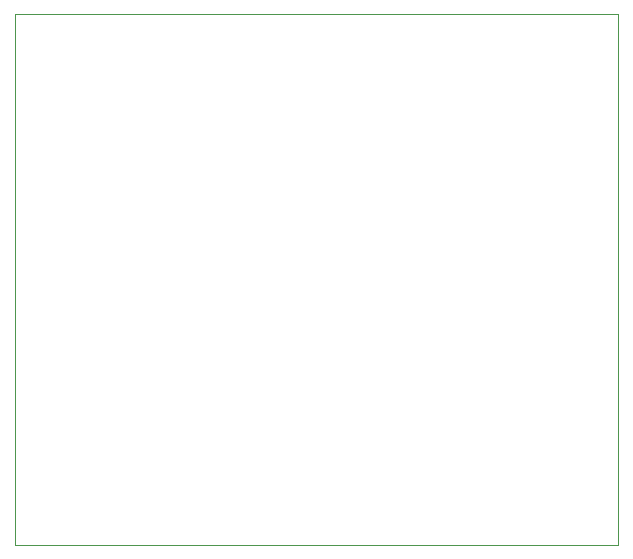
<source format=gm1>
G04 #@! TF.GenerationSoftware,KiCad,Pcbnew,8.0.2*
G04 #@! TF.CreationDate,2024-06-29T10:38:53+01:00*
G04 #@! TF.ProjectId,NB3_power,4e42335f-706f-4776-9572-2e6b69636164,0.0.5*
G04 #@! TF.SameCoordinates,PX7bfa480PY7c37510*
G04 #@! TF.FileFunction,Profile,NP*
%FSLAX46Y46*%
G04 Gerber Fmt 4.6, Leading zero omitted, Abs format (unit mm)*
G04 Created by KiCad (PCBNEW 8.0.2) date 2024-06-29 10:38:53*
%MOMM*%
%LPD*%
G01*
G04 APERTURE LIST*
G04 #@! TA.AperFunction,Profile*
%ADD10C,0.050000*%
G04 #@! TD*
G04 APERTURE END LIST*
D10*
X0Y45000000D02*
X51000000Y45000000D01*
X51000000Y0D01*
X0Y0D01*
X0Y45000000D01*
M02*

</source>
